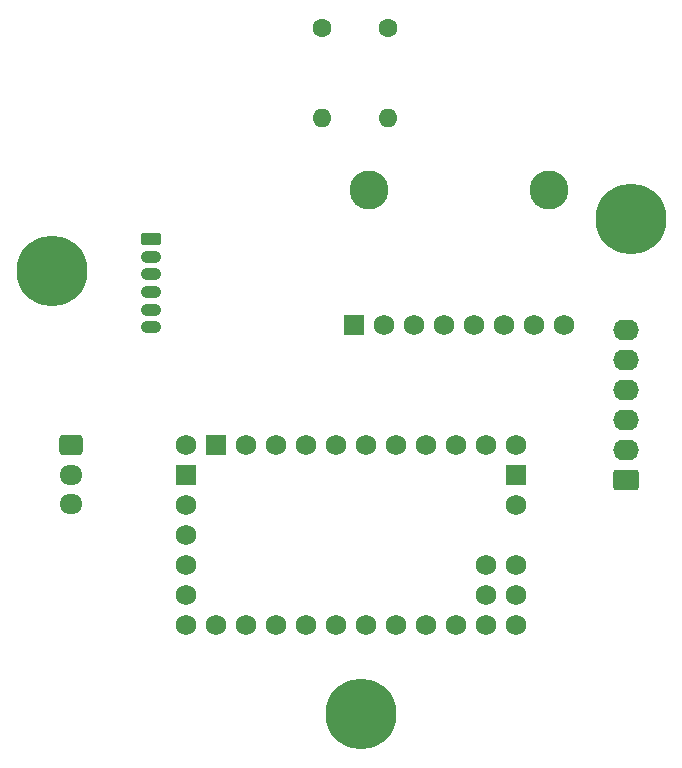
<source format=gbr>
%TF.GenerationSoftware,KiCad,Pcbnew,8.0.4*%
%TF.CreationDate,2024-08-09T17:24:03-06:00*%
%TF.ProjectId,computadorayCargaUtil,636f6d70-7574-4616-946f-726179436172,rev?*%
%TF.SameCoordinates,Original*%
%TF.FileFunction,Soldermask,Bot*%
%TF.FilePolarity,Negative*%
%FSLAX46Y46*%
G04 Gerber Fmt 4.6, Leading zero omitted, Abs format (unit mm)*
G04 Created by KiCad (PCBNEW 8.0.4) date 2024-08-09 17:24:03*
%MOMM*%
%LPD*%
G01*
G04 APERTURE LIST*
G04 Aperture macros list*
%AMRoundRect*
0 Rectangle with rounded corners*
0 $1 Rounding radius*
0 $2 $3 $4 $5 $6 $7 $8 $9 X,Y pos of 4 corners*
0 Add a 4 corners polygon primitive as box body*
4,1,4,$2,$3,$4,$5,$6,$7,$8,$9,$2,$3,0*
0 Add four circle primitives for the rounded corners*
1,1,$1+$1,$2,$3*
1,1,$1+$1,$4,$5*
1,1,$1+$1,$6,$7*
1,1,$1+$1,$8,$9*
0 Add four rect primitives between the rounded corners*
20,1,$1+$1,$2,$3,$4,$5,0*
20,1,$1+$1,$4,$5,$6,$7,0*
20,1,$1+$1,$6,$7,$8,$9,0*
20,1,$1+$1,$8,$9,$2,$3,0*%
G04 Aperture macros list end*
%ADD10C,1.727200*%
%ADD11R,1.727200X1.727200*%
%ADD12RoundRect,0.250000X-0.615000X0.265000X-0.615000X-0.265000X0.615000X-0.265000X0.615000X0.265000X0*%
%ADD13O,1.730000X1.030000*%
%ADD14C,6.000000*%
%ADD15C,3.302000*%
%ADD16RoundRect,0.102000X-0.762000X-0.762000X0.762000X-0.762000X0.762000X0.762000X-0.762000X0.762000X0*%
%ADD17C,1.728000*%
%ADD18C,1.600000*%
%ADD19O,1.600000X1.600000*%
%ADD20RoundRect,0.250000X-0.725000X0.600000X-0.725000X-0.600000X0.725000X-0.600000X0.725000X0.600000X0*%
%ADD21O,1.950000X1.700000*%
%ADD22RoundRect,0.250000X0.845000X-0.620000X0.845000X0.620000X-0.845000X0.620000X-0.845000X-0.620000X0*%
%ADD23O,2.190000X1.740000*%
G04 APERTURE END LIST*
D10*
%TO.C,arduinoMini5*%
X151130000Y-99060000D03*
X143510000Y-104140000D03*
X171450000Y-104140000D03*
X161290000Y-99060000D03*
X158750000Y-99060000D03*
X156210000Y-99060000D03*
X153670000Y-99060000D03*
X171450000Y-111760000D03*
X171450000Y-109220000D03*
X168910000Y-111760000D03*
X168910000Y-109220000D03*
X146050000Y-114300000D03*
X143510000Y-114300000D03*
X153670000Y-114300000D03*
X156210000Y-114300000D03*
X158750000Y-114300000D03*
X161290000Y-114300000D03*
X163830000Y-114300000D03*
X166370000Y-114300000D03*
X168910000Y-114300000D03*
X171450000Y-114300000D03*
X171450000Y-99060000D03*
X168910000Y-99060000D03*
X166370000Y-99060000D03*
X163830000Y-99060000D03*
D11*
X146050000Y-99060000D03*
X143510000Y-101600000D03*
X171450000Y-101600000D03*
D10*
X148590000Y-114300000D03*
X151130000Y-114300000D03*
X143510000Y-111760000D03*
X148590000Y-99060000D03*
X143510000Y-106680000D03*
X143510000Y-109220000D03*
X143510000Y-99060000D03*
%TD*%
D12*
%TO.C,MPL3115A2_SPARKFUN1*%
X140475000Y-81575000D03*
D13*
X140475000Y-83075000D03*
X140475000Y-84575000D03*
X140475000Y-86075000D03*
X140475000Y-87575000D03*
X140475000Y-89075000D03*
%TD*%
D14*
%TO.C,tornillo2*%
X181125000Y-79850000D03*
%TD*%
D15*
%TO.C,ADXL345*%
X158960000Y-77395000D03*
X174200000Y-77395000D03*
D16*
X157690000Y-88825000D03*
D17*
X160230000Y-88825000D03*
X162770000Y-88825000D03*
X165310000Y-88825000D03*
X167850000Y-88825000D03*
X170390000Y-88825000D03*
X172930000Y-88825000D03*
X175470000Y-88825000D03*
%TD*%
D18*
%TO.C,R1*%
X155025000Y-63740000D03*
D19*
X155025000Y-71360000D03*
%TD*%
D14*
%TO.C,tornillo3*%
X158250000Y-121825000D03*
%TD*%
%TO.C,tornillo1*%
X132100000Y-84300000D03*
%TD*%
D18*
%TO.C,R2*%
X160575000Y-63680000D03*
D19*
X160575000Y-71300000D03*
%TD*%
D20*
%TO.C,EntradaVoltaje1*%
X133775000Y-99025000D03*
D21*
X133775000Y-101525000D03*
X133775000Y-104025000D03*
%TD*%
D22*
%TO.C,conectoresOut1*%
X180725000Y-101990000D03*
D23*
X180725000Y-99450000D03*
X180725000Y-96910000D03*
X180725000Y-94370000D03*
X180725000Y-91830000D03*
X180725000Y-89290000D03*
%TD*%
M02*

</source>
